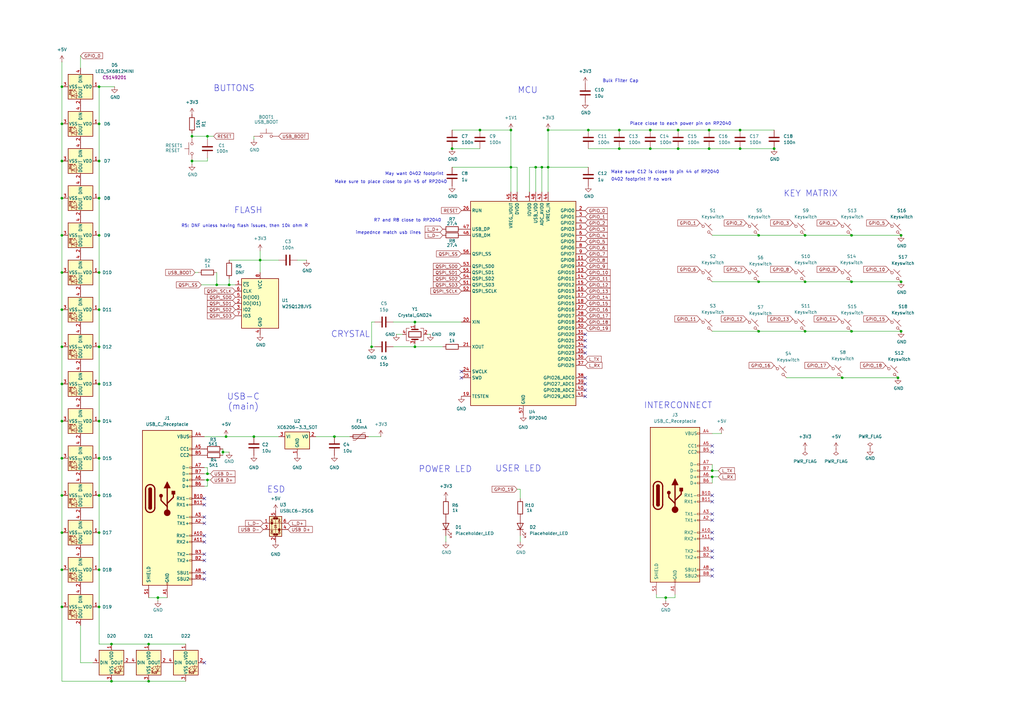
<source format=kicad_sch>
(kicad_sch (version 20231120) (generator "eeschema") (generator_version "8.0")
  (paper "A3")
  (title_block (title "Project Complex") (rev "Imaginary") (company "HRZN | KQ4SPZ"))
  (junction (at 311.15 135.89))
  (junction (at 219.71 68.58))
  (junction (at 266.7 53.34))
  (junction (at 40.64 187.96))
  (junction (at 40.64 157.48))
  (junction (at 25.4 127))
  (junction (at 25.4 96.52))
  (junction (at 40.64 35.56))
  (junction (at 85.09 55.88))
  (junction (at 254 53.34))
  (junction (at 349.25 115.57))
  (junction (at 40.64 218.44))
  (junction (at 254 60.96))
  (junction (at 369.57 115.57))
  (junction (at 25.4 81.28))
  (junction (at 40.64 81.28))
  (junction (at 303.53 60.96))
  (junction (at 278.13 53.34))
  (junction (at 25.4 203.2))
  (junction (at 25.4 50.8))
  (junction (at 170.18 132.08))
  (junction (at 40.64 66.04))
  (junction (at 91.44 185.42))
  (junction (at 88.9 116.84))
  (junction (at 311.15 96.52))
  (junction (at 25.4 233.68))
  (junction (at 330.2 115.57))
  (junction (at 40.64 172.72))
  (junction (at 290.83 60.96))
  (junction (at 85.09 194.31))
  (junction (at 40.64 127))
  (junction (at 311.15 115.57))
  (junction (at 25.4 35.56))
  (junction (at 330.2 96.52))
  (junction (at 93.98 116.84))
  (junction (at 224.79 53.34))
  (junction (at 152.4 142.24))
  (junction (at 368.3 154.94))
  (junction (at 25.4 66.04))
  (junction (at 273.05 245.11))
  (junction (at 25.4 248.92))
  (junction (at 40.64 50.8))
  (junction (at 330.2 135.89))
  (junction (at 45.72 279.4))
  (junction (at 40.64 142.24))
  (junction (at 60.96 264.16))
  (junction (at 137.16 179.07))
  (junction (at 196.85 53.34))
  (junction (at 25.4 111.76))
  (junction (at 60.96 279.4))
  (junction (at 78.74 55.88))
  (junction (at 278.13 60.96))
  (junction (at 317.5 60.96))
  (junction (at 106.68 106.68))
  (junction (at 25.4 187.96))
  (junction (at 292.1 193.04))
  (junction (at 266.7 60.96))
  (junction (at 292.1 195.58))
  (junction (at 369.57 96.52))
  (junction (at 170.18 142.24))
  (junction (at 209.55 53.34))
  (junction (at 349.25 135.89))
  (junction (at 224.79 68.58))
  (junction (at 369.57 135.89))
  (junction (at 185.42 60.96))
  (junction (at 45.72 264.16))
  (junction (at 25.4 172.72))
  (junction (at 92.71 179.07))
  (junction (at 40.64 96.52))
  (junction (at 85.09 196.85))
  (junction (at 64.77 245.11))
  (junction (at 104.14 179.07))
  (junction (at 25.4 218.44))
  (junction (at 78.74 66.04))
  (junction (at 25.4 157.48))
  (junction (at 40.64 248.92))
  (junction (at 209.55 68.58))
  (junction (at 40.64 233.68))
  (junction (at 40.64 111.76))
  (junction (at 241.3 53.34))
  (junction (at 349.25 96.52))
  (junction (at 345.44 154.94))
  (junction (at 222.25 68.58))
  (junction (at 303.53 53.34))
  (junction (at 25.4 142.24))
  (junction (at 290.83 53.34))
  (junction (at 40.64 203.2))
  (no_connect (at 292.1 203.2))
  (no_connect (at 240.03 154.94))
  (no_connect (at 240.03 162.56))
  (no_connect (at 292.1 205.74))
  (no_connect (at 240.03 139.7))
  (no_connect (at 83.82 222.25))
  (no_connect (at 292.1 220.98))
  (no_connect (at 240.03 157.48))
  (no_connect (at 83.82 219.71))
  (no_connect (at 292.1 228.6))
  (no_connect (at 240.03 137.16))
  (no_connect (at 83.82 234.95))
  (no_connect (at 292.1 233.68))
  (no_connect (at 292.1 182.88))
  (no_connect (at 292.1 210.82))
  (no_connect (at 292.1 185.42))
  (no_connect (at 292.1 236.22))
  (no_connect (at 292.1 213.36))
  (no_connect (at 83.82 204.47))
  (no_connect (at 292.1 226.06))
  (no_connect (at 83.82 214.63))
  (no_connect (at 83.82 271.78))
  (no_connect (at 83.82 227.33))
  (no_connect (at 240.03 160.02))
  (no_connect (at 189.23 154.94))
  (no_connect (at 83.82 229.87))
  (no_connect (at 292.1 218.44))
  (no_connect (at 83.82 237.49))
  (no_connect (at 240.03 142.24))
  (no_connect (at 83.82 207.01))
  (no_connect (at 83.82 212.09))
  (no_connect (at 189.23 152.4))
  (no_connect (at 240.03 144.78))
  (wire (pts (xy 40.64 218.44) (xy 40.64 203.2)))
  (wire (pts (xy 25.4 142.24) (xy 25.4 157.48)))
  (wire (pts (xy 25.4 218.44) (xy 25.4 233.68)))
  (wire (pts (xy 303.53 53.34) (xy 290.83 53.34)))
  (wire (pts (xy 45.72 264.16) (xy 40.64 264.16)))
  (wire (pts (xy 40.64 264.16) (xy 40.64 248.92)))
  (wire (pts (xy 161.29 142.24) (xy 170.18 142.24)))
  (wire (pts (xy 40.64 157.48) (xy 40.64 142.24)))
  (wire (pts (xy 266.7 53.34) (xy 254 53.34)))
  (wire (pts (xy 106.68 106.68) (xy 106.68 111.76)))
  (wire (pts (xy 93.98 106.68) (xy 106.68 106.68)))
  (wire (pts (xy 60.96 279.4) (xy 76.2 279.4)))
  (wire (pts (xy 25.4 233.68) (xy 25.4 248.92)))
  (wire (pts (xy 311.15 96.52) (xy 330.2 96.52)))
  (wire (pts (xy 241.3 53.34) (xy 224.79 53.34)))
  (wire (pts (xy 40.64 203.2) (xy 40.64 187.96)))
  (wire (pts (xy 78.74 67.31) (xy 78.74 66.04)))
  (wire (pts (xy 40.64 81.28) (xy 40.64 66.04)))
  (wire (pts (xy 292.1 135.89) (xy 311.15 135.89)))
  (wire (pts (xy 40.64 35.56) (xy 46.99 35.56)))
  (wire (pts (xy 266.7 60.96) (xy 278.13 60.96)))
  (wire (pts (xy 93.98 114.3) (xy 93.98 116.84)))
  (wire (pts (xy 292.1 195.58) (xy 294.64 195.58)))
  (wire (pts (xy 40.64 233.68) (xy 40.64 218.44)))
  (wire (pts (xy 85.09 66.04) (xy 78.74 66.04)))
  (wire (pts (xy 185.42 68.58) (xy 209.55 68.58)))
  (wire (pts (xy 311.15 135.89) (xy 330.2 135.89)))
  (wire (pts (xy 85.09 196.85) (xy 85.09 199.39)))
  (wire (pts (xy 85.09 194.31) (xy 83.82 194.31)))
  (wire (pts (xy 45.72 279.4) (xy 60.96 279.4)))
  (wire (pts (xy 209.55 53.34) (xy 209.55 68.58)))
  (wire (pts (xy 25.4 279.4) (xy 45.72 279.4)))
  (wire (pts (xy 85.09 55.88) (xy 87.63 55.88)))
  (wire (pts (xy 25.4 81.28) (xy 25.4 96.52)))
  (wire (pts (xy 217.17 68.58) (xy 219.71 68.58)))
  (wire (pts (xy 25.4 127) (xy 25.4 142.24)))
  (wire (pts (xy 330.2 135.89) (xy 349.25 135.89)))
  (wire (pts (xy 92.71 179.07) (xy 104.14 179.07)))
  (wire (pts (xy 222.25 68.58) (xy 224.79 68.58)))
  (wire (pts (xy 88.9 116.84) (xy 93.98 116.84)))
  (wire (pts (xy 38.1 271.78) (xy 33.02 271.78)))
  (wire (pts (xy 176.53 137.16) (xy 175.26 137.16)))
  (wire (pts (xy 330.2 96.52) (xy 349.25 96.52)))
  (wire (pts (xy 273.05 245.11) (xy 276.86 245.11)))
  (wire (pts (xy 269.24 245.11) (xy 269.24 243.84)))
  (wire (pts (xy 25.4 187.96) (xy 25.4 203.2)))
  (wire (pts (xy 64.77 246.38) (xy 64.77 245.11)))
  (wire (pts (xy 345.44 154.94) (xy 368.3 154.94)))
  (wire (pts (xy 213.36 222.25) (xy 213.36 219.71)))
  (wire (pts (xy 76.2 264.16) (xy 60.96 264.16)))
  (wire (pts (xy 273.05 246.38) (xy 273.05 245.11)))
  (wire (pts (xy 322.58 154.94) (xy 345.44 154.94)))
  (wire (pts (xy 196.85 53.34) (xy 209.55 53.34)))
  (wire (pts (xy 209.55 68.58) (xy 209.55 78.74)))
  (wire (pts (xy 106.68 106.68) (xy 114.3 106.68)))
  (wire (pts (xy 278.13 60.96) (xy 290.83 60.96)))
  (wire (pts (xy 213.36 200.66) (xy 213.36 204.47)))
  (wire (pts (xy 212.09 200.66) (xy 213.36 200.66)))
  (wire (pts (xy 40.64 111.76) (xy 40.64 96.52)))
  (wire (pts (xy 276.86 245.11) (xy 276.86 243.84)))
  (wire (pts (xy 224.79 68.58) (xy 224.79 78.74)))
  (wire (pts (xy 290.83 53.34) (xy 278.13 53.34)))
  (wire (pts (xy 80.01 111.76) (xy 81.28 111.76)))
  (wire (pts (xy 292.1 193.04) (xy 294.64 193.04)))
  (wire (pts (xy 156.21 179.07) (xy 151.13 179.07)))
  (wire (pts (xy 25.4 66.04) (xy 25.4 81.28)))
  (wire (pts (xy 292.1 115.57) (xy 311.15 115.57)))
  (wire (pts (xy 295.91 177.8) (xy 292.1 177.8)))
  (wire (pts (xy 25.4 172.72) (xy 25.4 187.96)))
  (wire (pts (xy 85.09 55.88) (xy 85.09 57.15)))
  (wire (pts (xy 64.77 245.11) (xy 68.58 245.11)))
  (wire (pts (xy 349.25 135.89) (xy 369.57 135.89)))
  (wire (pts (xy 88.9 111.76) (xy 88.9 116.84)))
  (wire (pts (xy 25.4 111.76) (xy 25.4 127)))
  (wire (pts (xy 292.1 190.5) (xy 292.1 193.04)))
  (wire (pts (xy 254 53.34) (xy 241.3 53.34)))
  (wire (pts (xy 91.44 184.15) (xy 91.44 185.42)))
  (wire (pts (xy 86.36 196.85) (xy 85.09 196.85)))
  (wire (pts (xy 25.4 96.52) (xy 25.4 111.76)))
  (wire (pts (xy 185.42 60.96) (xy 196.85 60.96)))
  (wire (pts (xy 212.09 78.74) (xy 212.09 68.58)))
  (wire (pts (xy 104.14 179.07) (xy 114.3 179.07)))
  (wire (pts (xy 86.36 194.31) (xy 85.09 194.31)))
  (wire (pts (xy 303.53 60.96) (xy 317.5 60.96)))
  (wire (pts (xy 152.4 132.08) (xy 153.67 132.08)))
  (wire (pts (xy 78.74 54.61) (xy 78.74 55.88)))
  (wire (pts (xy 241.3 60.96) (xy 254 60.96)))
  (wire (pts (xy 85.09 196.85) (xy 83.82 196.85)))
  (wire (pts (xy 170.18 140.97) (xy 170.18 142.24)))
  (wire (pts (xy 129.54 179.07) (xy 137.16 179.07)))
  (wire (pts (xy 104.14 57.15) (xy 104.14 55.88)))
  (wire (pts (xy 224.79 68.58) (xy 241.3 68.58)))
  (wire (pts (xy 182.88 222.25) (xy 182.88 219.71)))
  (wire (pts (xy 106.68 102.87) (xy 106.68 106.68)))
  (wire (pts (xy 60.96 264.16) (xy 45.72 264.16)))
  (wire (pts (xy 33.02 22.86) (xy 33.02 27.94)))
  (wire (pts (xy 152.4 142.24) (xy 153.67 142.24)))
  (wire (pts (xy 25.4 25.4) (xy 25.4 35.56)))
  (wire (pts (xy 40.64 172.72) (xy 40.64 157.48)))
  (wire (pts (xy 93.98 185.42) (xy 91.44 185.42)))
  (wire (pts (xy 93.98 116.84) (xy 96.52 116.84)))
  (wire (pts (xy 25.4 35.56) (xy 25.4 50.8)))
  (wire (pts (xy 254 60.96) (xy 266.7 60.96)))
  (wire (pts (xy 85.09 191.77) (xy 83.82 191.77)))
  (wire (pts (xy 212.09 68.58) (xy 209.55 68.58)))
  (wire (pts (xy 82.55 116.84) (xy 88.9 116.84)))
  (wire (pts (xy 311.15 115.57) (xy 330.2 115.57)))
  (wire (pts (xy 125.73 106.68) (xy 121.92 106.68)))
  (wire (pts (xy 85.09 199.39) (xy 83.82 199.39)))
  (wire (pts (xy 152.4 132.08) (xy 152.4 142.24)))
  (wire (pts (xy 349.25 96.52) (xy 369.57 96.52)))
  (wire (pts (xy 185.42 53.34) (xy 196.85 53.34)))
  (wire (pts (xy 161.29 132.08) (xy 170.18 132.08)))
  (wire (pts (xy 40.64 142.24) (xy 40.64 127)))
  (wire (pts (xy 292.1 96.52) (xy 311.15 96.52)))
  (wire (pts (xy 278.13 53.34) (xy 266.7 53.34)))
  (wire (pts (xy 170.18 132.08) (xy 170.18 133.35)))
  (wire (pts (xy 349.25 115.57) (xy 369.57 115.57)))
  (wire (pts (xy 40.64 248.92) (xy 40.64 233.68)))
  (wire (pts (xy 40.64 127) (xy 40.64 111.76)))
  (wire (pts (xy 143.51 179.07) (xy 137.16 179.07)))
  (wire (pts (xy 224.79 53.34) (xy 224.79 68.58)))
  (wire (pts (xy 170.18 142.24) (xy 181.61 142.24)))
  (wire (pts (xy 222.25 68.58) (xy 222.25 78.74)))
  (wire (pts (xy 40.64 50.8) (xy 40.64 35.56)))
  (wire (pts (xy 85.09 191.77) (xy 85.09 194.31)))
  (wire (pts (xy 25.4 50.8) (xy 25.4 66.04)))
  (wire (pts (xy 25.4 248.92) (xy 25.4 279.4)))
  (wire (pts (xy 91.44 185.42) (xy 91.44 186.69)))
  (wire (pts (xy 217.17 68.58) (xy 217.17 78.74)))
  (wire (pts (xy 269.24 245.11) (xy 273.05 245.11)))
  (wire (pts (xy 40.64 187.96) (xy 40.64 172.72)))
  (wire (pts (xy 292.1 195.58) (xy 292.1 198.12)))
  (wire (pts (xy 83.82 179.07) (xy 92.71 179.07)))
  (wire (pts (xy 78.74 55.88) (xy 85.09 55.88)))
  (wire (pts (xy 40.64 96.52) (xy 40.64 81.28)))
  (wire (pts (xy 330.2 115.57) (xy 349.25 115.57)))
  (wire (pts (xy 290.83 60.96) (xy 303.53 60.96)))
  (wire (pts (xy 25.4 203.2) (xy 25.4 218.44)))
  (wire (pts (xy 219.71 68.58) (xy 219.71 78.74)))
  (wire (pts (xy 33.02 256.54) (xy 33.02 271.78)))
  (wire (pts (xy 60.96 245.11) (xy 64.77 245.11)))
  (wire (pts (xy 25.4 157.48) (xy 25.4 172.72)))
  (wire (pts (xy 170.18 132.08) (xy 189.23 132.08)))
  (wire (pts (xy 317.5 53.34) (xy 303.53 53.34)))
  (wire (pts (xy 85.09 64.77) (xy 85.09 66.04)))
  (wire (pts (xy 40.64 66.04) (xy 40.64 50.8)))
  (wire (pts (xy 219.71 68.58) (xy 222.25 68.58)))
  (wire (pts (xy 162.56 137.16) (xy 165.1 137.16)))
  (text "MCU\n" (at 216.408 37.084 0) (effects (font (size 2.54 2.54))))
  (text "Bulk Filter Cap\n" (at 254.508 33.274 0) (effects (font (size 1.27 1.27))))
  (text "Make sure C12 is close to pin 44 of RP2040" (at 272.796 70.612 0) (effects (font (size 1.27 1.27))))
  (text "USER LED\n" (at 212.598 192.278 0) (effects (font (size 2.54 2.54))))
  (text "POWER LED" (at 182.626 192.532 0) (effects (font (size 2.54 2.54))))
  (text "FLASH" (at 101.854 86.36 0) (effects (font (size 2.54 2.54))))
  (text "ESD\n" (at 113.284 200.914 0) (effects (font (size 2.54 2.54))))
  (text "R7 and R8 close to RP2040" (at 167.132 90.424 0) (effects (font (size 1.27 1.27))))
  (text "CRYSTAL\n" (at 143.764 137.16 0) (effects (font (size 2.54 2.54))))
  (text "May want 0402 footprint\n" (at 169.926 71.374 0) (effects (font (size 1.27 1.27))))
  (text "INTERCONNECT\n" (at 278.13 166.37 0) (effects (font (size 2.54 2.54))))
  (text "BUTTONS\n" (at 96.012 36.322 0) (effects (font (size 2.54 2.54))))
  (text "Make sure to place close to pin 45 of RP2040" (at 160.274 74.676 0) (effects (font (size 1.27 1.27))))
  (text "R5: DNF unless having flash issues, then 10k ohm R" (at 100.33 92.71 0) (effects (font (size 1.27 1.27))))
  (text "imepednce match usb lines\n" (at 159.258 95.504 0) (effects (font (size 1.27 1.27))))
  (text "USB-C\n(main)" (at 99.822 164.846 0) (effects (font (size 2.54 2.54))))
  (text "0402 footprint if no work\n" (at 263.144 73.66 0) (effects (font (size 1.27 1.27))))
  (text "Place close to each power pin on RP2040\n" (at 279.146 50.8 0) (effects (font (size 1.27 1.27))))
  (text "KEY MATRIX\n" (at 332.486 79.502 0) (effects (font (size 2.54 2.54))))
  (global_label "GPIO_19" (shape input) (at 240.03 134.62 0) (property "Intersheetrefs" "${INTERSHEET_REFS}" (effects (hide yes))))
  (global_label "GPIO_13" (shape input) (at 240.03 119.38 0) (property "Intersheetrefs" "${INTERSHEET_REFS}" (effects (hide yes))))
  (global_label "L_D+" (shape input) (at 181.61 93.98 180) (property "Intersheetrefs" "${INTERSHEET_REFS}" (effects (hide yes))))
  (global_label "GPIO_18" (shape input) (at 363.22 149.86 180) (property "Intersheetrefs" "${INTERSHEET_REFS}" (effects (hide yes))))
  (global_label "USB D-" (shape input) (at 86.36 194.31 0) (property "Intersheetrefs" "${INTERSHEET_REFS}" (effects (hide yes))))
  (global_label "QSPI_SD1" (shape input) (at 189.23 111.76 180) (property "Intersheetrefs" "${INTERSHEET_REFS}" (effects (hide yes))))
  (global_label "GPIO_16" (shape input) (at 240.03 127 0) (property "Intersheetrefs" "${INTERSHEET_REFS}" (effects (hide yes))))
  (global_label "GPIO_15" (shape input) (at 364.49 130.81 180) (property "Intersheetrefs" "${INTERSHEET_REFS}" (effects (hide yes))))
  (global_label "L_D-" (shape input) (at 181.61 96.52 180) (property "Intersheetrefs" "${INTERSHEET_REFS}" (effects (hide yes))))
  (global_label "GPIO_19" (shape input) (at 212.09 200.66 180) (property "Intersheetrefs" "${INTERSHEET_REFS}" (effects (hide yes))))
  (global_label "RESET" (shape input) (at 189.23 86.36 180) (property "Intersheetrefs" "${INTERSHEET_REFS}" (effects (hide yes))))
  (global_label "GPIO_17" (shape input) (at 240.03 129.54 0) (property "Intersheetrefs" "${INTERSHEET_REFS}" (effects (hide yes))))
  (global_label "QSPI_SD1" (shape input) (at 96.52 124.46 180) (property "Intersheetrefs" "${INTERSHEET_REFS}" (effects (hide yes))))
  (global_label "L_D-" (shape input) (at 107.95 214.63 180) (property "Intersheetrefs" "${INTERSHEET_REFS}" (effects (hide yes))))
  (global_label "QSPI_SS" (shape input) (at 189.23 104.14 180) (property "Intersheetrefs" "${INTERSHEET_REFS}" (effects (hide yes))))
  (global_label "RESET" (shape input) (at 87.63 55.88 0) (property "Intersheetrefs" "${INTERSHEET_REFS}" (effects (hide yes))))
  (global_label "GPIO_10" (shape input) (at 364.49 110.49 180) (property "Intersheetrefs" "${INTERSHEET_REFS}" (effects (hide yes))))
  (global_label "GPIO_9" (shape input) (at 344.17 110.49 180) (property "Intersheetrefs" "${INTERSHEET_REFS}" (effects (hide yes))))
  (global_label "QSPI_SD0" (shape input) (at 96.52 121.92 180) (property "Intersheetrefs" "${INTERSHEET_REFS}" (effects (hide yes))))
  (global_label "GPIO_8" (shape input) (at 325.12 110.49 180) (property "Intersheetrefs" "${INTERSHEET_REFS}" (effects (hide yes))))
  (global_label "GPIO_0" (shape input) (at 33.02 22.86 0) (property "Intersheetrefs" "${INTERSHEET_REFS}" (effects (hide yes))))
  (global_label "GPIO_0" (shape input) (at 240.03 86.36 0) (property "Intersheetrefs" "${INTERSHEET_REFS}" (effects (hide yes))))
  (global_label "GPIO_5" (shape input) (at 364.49 91.44 180) (property "Intersheetrefs" "${INTERSHEET_REFS}" (effects (hide yes))))
  (global_label "QSPI_SD3" (shape input) (at 189.23 116.84 180) (property "Intersheetrefs" "${INTERSHEET_REFS}" (effects (hide yes))))
  (global_label "USB_BOOT" (shape input) (at 114.3 55.88 0) (property "Intersheetrefs" "${INTERSHEET_REFS}" (effects (hide yes))))
  (global_label "GPIO_4" (shape input) (at 240.03 96.52 0) (property "Intersheetrefs" "${INTERSHEET_REFS}" (effects (hide yes))))
  (global_label "QSPI_SD0" (shape input) (at 189.23 109.22 180) (property "Intersheetrefs" "${INTERSHEET_REFS}" (effects (hide yes))))
  (global_label "GPIO_11" (shape input) (at 287.02 130.81 180) (property "Intersheetrefs" "${INTERSHEET_REFS}" (effects (hide yes))))
  (global_label "QSPI_SCLK" (shape input) (at 189.23 119.38 180) (property "Intersheetrefs" "${INTERSHEET_REFS}" (effects (hide yes))))
  (global_label "QSPI_SS" (shape input) (at 82.55 116.84 180) (property "Intersheetrefs" "${INTERSHEET_REFS}" (effects (hide yes))))
  (global_label "GPIO_12" (shape input) (at 306.07 130.81 180) (property "Intersheetrefs" "${INTERSHEET_REFS}" (effects (hide yes))))
  (global_label "QSPI_SD2" (shape input) (at 96.52 127 180) (property "Intersheetrefs" "${INTERSHEET_REFS}" (effects (hide yes))))
  (global_label "GPIO_1" (shape input) (at 240.03 88.9 0) (property "Intersheetrefs" "${INTERSHEET_REFS}" (effects (hide yes))))
  (global_label "GPIO_11" (shape input) (at 240.03 114.3 0) (property "Intersheetrefs" "${INTERSHEET_REFS}" (effects (hide yes))))
  (global_label "GPIO_15" (shape input) (at 240.03 124.46 0) (property "Intersheetrefs" "${INTERSHEET_REFS}" (effects (hide yes))))
  (global_label "USB D-" (shape input) (at 107.95 217.17 180) (property "Intersheetrefs" "${INTERSHEET_REFS}" (effects (hide yes))))
  (global_label "L_TX" (shape input) (at 240.03 147.32 0) (property "Intersheetrefs" "${INTERSHEET_REFS}" (effects (hide yes))))
  (global_label "GPIO_1" (shape input) (at 287.02 91.44 180) (property "Intersheetrefs" "${INTERSHEET_REFS}" (effects (hide yes))))
  (global_label "QSPI_SCLK" (shape input) (at 96.52 119.38 180) (property "Intersheetrefs" "${INTERSHEET_REFS}" (effects (hide yes))))
  (global_label "QSPI_SD3" (shape input) (at 96.52 129.54 180) (property "Intersheetrefs" "${INTERSHEET_REFS}" (effects (hide yes))))
  (global_label "L_RX" (shape input) (at 294.64 195.58 0) (property "Intersheetrefs" "${INTERSHEET_REFS}" (effects (hide yes))))
  (global_label "GPIO_13" (shape input) (at 325.12 130.81 180) (property "Intersheetrefs" "${INTERSHEET_REFS}" (effects (hide yes))))
  (global_label "GPIO_5" (shape input) (at 240.03 99.06 0) (property "Intersheetrefs" "${INTERSHEET_REFS}" (effects (hide yes))))
  (global_label "USB D+" (shape input) (at 118.11 217.17 0) (property "Intersheetrefs" "${INTERSHEET_REFS}" (effects (hide yes))))
  (global_label "GPIO_17" (shape input) (at 340.36 149.86 180) (property "Intersheetrefs" "${INTERSHEET_REFS}" (effects (hide yes))))
  (global_label "QSPI_SD2" (shape input) (at 189.23 114.3 180) (property "Intersheetrefs" "${INTERSHEET_REFS}" (effects (hide yes))))
  (global_label "USB_BOOT" (shape input) (at 80.01 111.76 180) (property "Intersheetrefs" "${INTERSHEET_REFS}" (effects (hide yes))))
  (global_label "GPIO_10" (shape input) (at 240.03 111.76 0) (property "Intersheetrefs" "${INTERSHEET_REFS}" (effects (hide yes))))
  (global_label "GPIO_14" (shape input) (at 240.03 121.92 0) (property "Intersheetrefs" "${INTERSHEET_REFS}" (effects (hide yes))))
  (global_label "GPIO_18" (shape input) (at 240.03 132.08 0) (property "Intersheetrefs" "${INTERSHEET_REFS}" (effects (hide yes))))
  (global_label "GPIO_3" (shape input) (at 240.03 93.98 0) (property "Intersheetrefs" "${INTERSHEET_REFS}" (effects (hide yes))))
  (global_label "GPIO_12" (shape input) (at 240.03 116.84 0) (property "Intersheetrefs" "${INTERSHEET_REFS}" (effects (hide yes))))
  (global_label "L_TX" (shape input) (at 294.64 193.04 0) (property "Intersheetrefs" "${INTERSHEET_REFS}" (effects (hide yes))))
  (global_label "GPIO_2" (shape input) (at 240.03 91.44 0) (property "Intersheetrefs" "${INTERSHEET_REFS}" (effects (hide yes))))
  (global_label "GPIO_7" (shape input) (at 240.03 104.14 0) (property "Intersheetrefs" "${INTERSHEET_REFS}" (effects (hide yes))))
  (global_label "GPIO_3" (shape input) (at 325.12 91.44 180) (property "Intersheetrefs" "${INTERSHEET_REFS}" (effects (hide yes))))
  (global_label "GPIO_8" (shape input) (at 240.03 106.68 0) (property "Intersheetrefs" "${INTERSHEET_REFS}" (effects (hide yes))))
  (global_label "L_D+" (shape input) (at 118.11 214.63 0) (property "Intersheetrefs" "${INTERSHEET_REFS}" (effects (hide yes))))
  (global_label "GPIO_4" (shape input) (at 344.17 91.44 180) (property "Intersheetrefs" "${INTERSHEET_REFS}" (effects (hide yes))))
  (global_label "L_RX" (shape input) (at 240.03 149.86 0) (property "Intersheetrefs" "${INTERSHEET_REFS}" (effects (hide yes))))
  (global_label "USB D+" (shape input) (at 86.36 196.85 0) (property "Intersheetrefs" "${INTERSHEET_REFS}" (effects (hide yes))))
  (global_label "GPIO_6" (shape input) (at 287.02 110.49 180) (property "Intersheetrefs" "${INTERSHEET_REFS}" (effects (hide yes))))
  (global_label "GPIO_16" (shape input) (at 317.5 149.86 180) (property "Intersheetrefs" "${INTERSHEET_REFS}" (effects (hide yes))))
  (global_label "GPIO_6" (shape input) (at 240.03 101.6 0) (property "Intersheetrefs" "${INTERSHEET_REFS}" (effects (hide yes))))
  (global_label "GPIO_2" (shape input) (at 306.07 91.44 180) (property "Intersheetrefs" "${INTERSHEET_REFS}" (effects (hide yes))))
  (global_label "GPIO_14" (shape input) (at 344.17 130.81 180) (property "Intersheetrefs" "${INTERSHEET_REFS}" (effects (hide yes))))
  (global_label "GPIO_9" (shape input) (at 240.03 109.22 0) (property "Intersheetrefs" "${INTERSHEET_REFS}" (effects (hide yes))))
  (global_label "GPIO_7" (shape input) (at 306.07 110.49 180) (property "Intersheetrefs" "${INTERSHEET_REFS}" (effects (hide yes))))
  (symbol (lib_id "ScottoKeebs:LED_SK6812MINI") (at 45.72 271.78 0) (unit 1)
    (property "Reference" "D20" (at 45.72 260.858 0))
    (property "Value" "LED_SK6812MINI" (effects (hide yes)))
    (property "Footprint" "ScottoKeebs_Components:LED_SK6812MINI" (effects (hide yes)))
    (property "Datasheet" "https://cdn-shop.adafruit.com/product-files/2686/SK6812MINI_REV.01-1-2.pdf" (effects (hide yes)))
    (property "Description" "RGB LED with integrated controller" (effects (hide yes)))
    (property "LCSC" "C5149201" (effects (hide yes)))
  )
  (symbol (lib_id "Device:C") (at 157.48 132.08 270) (unit 1)
    (property "Reference" "C5" (at 157.48 124.46 90))
    (property "Value" "15p" (at 157.48 127 90))
    (property "Footprint" "Capacitor_SMD:C_0805_2012Metric_Pad1.18x1.45mm_HandSolder" (effects (hide yes)))
    (property "Description" "Unpolarized capacitor" (effects (hide yes)))
  )
  (symbol (lib_id "ScottoKeebs:LED_SK6812MINI") (at 33.02 66.04 270) (unit 1)
    (property "Reference" "D7" (at 43.942 66.04 90))
    (property "Value" "LED_SK6812MINI" (effects (hide yes)))
    (property "Footprint" "ScottoKeebs_Components:LED_SK6812MINI" (effects (hide yes)))
    (property "Datasheet" "https://cdn-shop.adafruit.com/product-files/2686/SK6812MINI_REV.01-1-2.pdf" (effects (hide yes)))
    (property "Description" "RGB LED with integrated controller" (effects (hide yes)))
    (property "LCSC" "C5149201" (effects (hide yes)))
  )
  (symbol (lib_id "power:+3V3") (at 224.79 53.34 0) (unit 1)
    (property "Reference" "#PWR028" (effects (hide yes)))
    (property "Value" "+3V3" (at 224.79 48.26 0))
    (property "Description" "Power symbol creates a global label with name \"+3V3\"" (effects (hide yes)))
  )
  (symbol (lib_id "Device:R") (at 87.63 184.15 90) (unit 1)
    (property "Reference" "R3" (at 87.376 180.34 90))
    (property "Value" "5K1" (at 87.376 182.118 90))
    (property "Footprint" "Resistor_SMD:R_0805_2012Metric_Pad1.20x1.40mm_HandSolder" (effects (hide yes)))
    (property "Description" "Resistor" (effects (hide yes)))
  )
  (symbol (lib_id "power:PWR_FLAG") (at 342.9 184.15 180) (unit 1)
    (property "Reference" "#FLG02" (effects (hide yes)))
    (property "Value" "PWR_FLAG" (at 342.9 189.23 0))
    (property "Description" "Special symbol for telling ERC where power comes from" (effects (hide yes)))
  )
  (symbol (lib_id "Device:C") (at 137.16 182.88 0) (unit 1)
    (property "Reference" "C4" (at 140.716 182.372 0) (effects (justify left)))
    (property "Value" "10u" (at 140.716 184.912 0) (effects (justify left)))
    (property "Footprint" "Capacitor_SMD:C_0805_2012Metric_Pad1.18x1.45mm_HandSolder" (effects (hide yes)))
    (property "Description" "Unpolarized capacitor" (effects (hide yes)))
  )
  (symbol (lib_id "ScottoKeebs:LED_SK6812MINI") (at 33.02 81.28 270) (unit 1)
    (property "Reference" "D8" (at 43.942 81.28 90))
    (property "Value" "LED_SK6812MINI" (effects (hide yes)))
    (property "Footprint" "ScottoKeebs_Components:LED_SK6812MINI" (effects (hide yes)))
    (property "Datasheet" "https://cdn-shop.adafruit.com/product-files/2686/SK6812MINI_REV.01-1-2.pdf" (effects (hide yes)))
    (property "Description" "RGB LED with integrated controller" (effects (hide yes)))
    (property "LCSC" "C5149201" (effects (hide yes)))
  )
  (symbol (lib_id "Device:C") (at 85.09 60.96 180) (unit 1)
    (property "Reference" "C1" (at 90.932 59.69 0))
    (property "Value" "100n" (at 91.186 61.976 0))
    (property "Footprint" "Capacitor_SMD:C_0805_2012Metric_Pad1.18x1.45mm_HandSolder" (effects (hide yes)))
    (property "Description" "Unpolarized capacitor" (effects (hide yes)))
  )
  (symbol (lib_id "ScottoKeebs:Placeholder_Polyfuse") (at 147.32 179.07 0) (unit 1)
    (property "Reference" "F1" (at 147.32 172.72 0))
    (property "Value" "500mA" (at 147.32 175.26 0))
    (property "Footprint" "ScottoKeebs_Components:Fuse_0603" (effects (hide yes)))
    (property "Description" "Resettable fuse, polymeric positive temperature coefficient" (effects (hide yes)))
  )
  (symbol (lib_id "ScottoKeebs:Placeholder_Keyswitch") (at 308.61 113.03 0) (unit 1)
    (property "Reference" "S6" (at 311.912 105.664 0))
    (property "Value" "Keyswitch" (at 311.912 108.204 0))
    (property "Footprint" "ScottoKeebs_Hotswap:Hotswap_Choc_V2_Plated_1.00u" (effects (hide yes)))
    (property "Description" "Push button switch, normally open, two pins, 45° tilted" (effects (hide yes)))
  )
  (symbol (lib_id "ScottoKeebs:Placeholder_Keyswitch") (at 365.76 152.4 0) (unit 1)
    (property "Reference" "S12" (at 368.808 144.78 0))
    (property "Value" "Keyswitch" (at 368.808 147.32 0))
    (property "Footprint" "ScottoKeebs_Hotswap:Hotswap_Choc_V2_Plated_1.00u" (effects (hide yes)))
    (property "Description" "Push button switch, normally open, two pins, 45° tilted" (effects (hide yes)))
  )
  (symbol (lib_id "power:GND") (at 356.87 184.15 0) (unit 1)
    (property "Reference" "#PWR037" (effects (hide yes)))
    (property "Value" "GND" (at 354.838 187.96 0) (effects (justify left)))
    (property "Description" "Power symbol creates a global label with name \"GND\" , ground" (effects (hide yes)))
  )
  (symbol (lib_id "ScottoKeebs:Placeholder_Keyswitch") (at 367.03 113.03 0) (unit 1)
    (property "Reference" "S17" (at 370.332 105.41 0))
    (property "Value" "Keyswitch" (at 370.332 107.95 0))
    (property "Footprint" "ScottoKeebs_Hotswap:Hotswap_Choc_V2_Plated_1.00u" (effects (hide yes)))
    (property "Description" "Push button switch, normally open, two pins, 45° tilted" (effects (hide yes)))
  )
  (symbol (lib_id "ScottoKeebs:Placeholder_Keyswitch") (at 289.56 133.35 0) (unit 1)
    (property "Reference" "S3" (at 292.354 125.476 0))
    (property "Value" "Keyswitch" (at 292.354 128.016 0))
    (property "Footprint" "ScottoKeebs_Hotswap:Hotswap_Choc_V2_Plated_1.00u" (effects (hide yes)))
    (property "Description" "Push button switch, normally open, two pins, 45° tilted" (effects (hide yes)))
  )
  (symbol (lib_id "Device:R") (at 185.42 142.24 90) (unit 1)
    (property "Reference" "R9" (at 185.42 137.16 90))
    (property "Value" "1k" (at 185.42 139.7 90))
    (property "Footprint" "Resistor_SMD:R_0805_2012Metric_Pad1.20x1.40mm_HandSolder" (effects (hide yes)))
    (property "Description" "Resistor" (effects (hide yes)))
  )
  (symbol (lib_id "power:+5V") (at 92.71 179.07 0) (unit 1)
    (property "Reference" "#PWR04" (effects (hide yes)))
    (property "Value" "+5V" (at 92.71 173.99 0))
    (property "Description" "Power symbol creates a global label with name \"+5V\"" (effects (hide yes)))
  )
  (symbol (lib_id "power:+1V1") (at 209.55 53.34 0) (unit 1)
    (property "Reference" "#PWR025" (effects (hide yes)))
    (property "Value" "+1V1" (at 209.55 48.26 0))
    (property "Description" "Power symbol creates a global label with name \"+1V1\"" (effects (hide yes)))
  )
  (symbol (lib_id "power:GND") (at 185.42 60.96 0) (unit 1)
    (property "Reference" "#PWR022" (effects (hide yes)))
    (property "Value" "GND" (at 185.674 65.278 0))
    (property "Description" "Power symbol creates a global label with name \"GND\" , ground" (effects (hide yes)))
  )
  (symbol (lib_id "power:GND") (at 213.36 222.25 0) (unit 1)
    (property "Reference" "#PWR026" (effects (hide yes)))
    (property "Value" "GND" (at 213.614 226.568 0))
    (property "Description" "Power symbol creates a global label with name \"GND\" , ground" (effects (hide yes)))
  )
  (symbol (lib_id "ScottoKeebs:LED_SK6812MINI") (at 33.02 203.2 270) (unit 1)
    (property "Reference" "D16" (at 43.942 203.2 90))
    (property "Value" "LED_SK6812MINI" (effects (hide yes)))
    (property "Footprint" "ScottoKeebs_Components:LED_SK6812MINI" (effects (hide yes)))
    (property "Datasheet" "https://cdn-shop.adafruit.com/product-files/2686/SK6812MINI_REV.01-1-2.pdf" (effects (hide yes)))
    (property "Description" "RGB LED with integrated controller" (effects (hide yes)))
    (property "LCSC" "C5149201" (effects (hide yes)))
  )
  (symbol (lib_id "ScottoKeebs:LED_SK6812MINI") (at 33.02 248.92 270) (unit 1)
    (property "Reference" "D19" (at 43.942 248.92 90))
    (property "Value" "LED_SK6812MINI" (effects (hide yes)))
    (property "Footprint" "ScottoKeebs_Components:LED_SK6812MINI" (effects (hide yes)))
    (property "Datasheet" "https://cdn-shop.adafruit.com/product-files/2686/SK6812MINI_REV.01-1-2.pdf" (effects (hide yes)))
    (property "Description" "RGB LED with integrated controller" (effects (hide yes)))
    (property "LCSC" "C5149201" (effects (hide yes)))
  )
  (symbol (lib_id "power:+5V") (at 113.03 209.55 0) (unit 1)
    (property "Reference" "#PWR013" (effects (hide yes)))
    (property "Value" "+5V" (at 113.03 204.47 0))
    (property "Description" "Power symbol creates a global label with name \"+5V\"" (effects (hide yes)))
  )
  (symbol (lib_id "power:GND") (at 369.57 135.89 0) (unit 1)
    (property "Reference" "#PWR040" (effects (hide yes)))
    (property "Value" "GND" (at 369.824 140.208 0))
    (property "Description" "Power symbol creates a global label with name \"GND\" , ground" (effects (hide yes)))
  )
  (symbol (lib_id "ScottoKeebs:Placeholder_Keyswitch") (at 320.04 152.4 0) (unit 1)
    (property "Reference" "S4" (at 323.342 145.034 0))
    (property "Value" "Keyswitch" (at 323.342 147.574 0))
    (property "Footprint" "ScottoKeebs_Hotswap:Hotswap_Choc_V2_Plated_1.00u" (effects (hide yes)))
    (property "Description" "Push button switch, normally open, two pins, 45° tilted" (effects (hide yes)))
  )
  (symbol (lib_id "Device:C") (at 185.42 72.39 0) (unit 1)
    (property "Reference" "C8" (at 189.23 71.1199 0) (effects (justify left)))
    (property "Value" "1u" (at 189.23 73.6599 0) (effects (justify left)))
    (property "Footprint" "Capacitor_SMD:C_0805_2012Metric_Pad1.18x1.45mm_HandSolder" (effects (hide yes)))
    (property "Description" "Unpolarized capacitor" (effects (hide yes)))
  )
  (symbol (lib_id "power:GND") (at 369.57 96.52 0) (unit 1)
    (property "Reference" "#PWR038" (effects (hide yes)))
    (property "Value" "GND" (at 369.824 100.838 0))
    (property "Description" "Power symbol creates a global label with name \"GND\" , ground" (effects (hide yes)))
  )
  (symbol (lib_id "ScottoKeebs:LED_SK6812MINI") (at 33.02 142.24 270) (unit 1)
    (property "Reference" "D12" (at 43.942 142.24 90))
    (property "Value" "LED_SK6812MINI" (effects (hide yes)))
    (property "Footprint" "ScottoKeebs_Components:LED_SK6812MINI" (effects (hide yes)))
    (property "Datasheet" "https://cdn-shop.adafruit.com/product-files/2686/SK6812MINI_REV.01-1-2.pdf" (effects (hide yes)))
    (property "Description" "RGB LED with integrated controller" (effects (hide yes)))
    (property "LCSC" "C5149201" (effects (hide yes)))
  )
  (symbol (lib_id "power:GND") (at 106.68 137.16 0) (unit 1)
    (property "Reference" "#PWR07" (effects (hide yes)))
    (property "Value" "GND" (at 106.934 141.478 0))
    (property "Description" "Power symbol creates a global label with name \"GND\" , ground" (effects (hide yes)))
  )
  (symbol (lib_id "ScottoKeebs:LED_SK6812MINI") (at 33.02 172.72 270) (unit 1)
    (property "Reference" "D14" (at 43.942 172.72 90))
    (property "Value" "LED_SK6812MINI" (effects (hide yes)))
    (property "Footprint" "ScottoKeebs_Components:LED_SK6812MINI" (effects (hide yes)))
    (property "Datasheet" "https://cdn-shop.adafruit.com/product-files/2686/SK6812MINI_REV.01-1-2.pdf" (effects (hide yes)))
    (property "Description" "RGB LED with integrated controller" (effects (hide yes)))
    (property "LCSC" "C5149201" (effects (hide yes)))
  )
  (symbol (lib_id "Device:C") (at 278.13 57.15 0) (unit 1)
    (property "Reference" "C15" (at 281.94 55.8799 0) (effects (justify left)))
    (property "Value" "100n" (at 281.94 58.4199 0) (effects (justify left)))
    (property "Footprint" "Capacitor_SMD:C_0805_2012Metric_Pad1.18x1.45mm_HandSolder" (effects (hide yes)))
    (property "Description" "Unpolarized capacitor" (effects (hide yes)))
  )
  (symbol (lib_id "ScottoKeebs:LED_SK6812MINI") (at 33.02 96.52 270) (unit 1)
    (property "Reference" "D9" (at 43.942 96.52 90))
    (property "Value" "LED_SK6812MINI" (effects (hide yes)))
    (property "Footprint" "ScottoKeebs_Components:LED_SK6812MINI" (effects (hide yes)))
    (property "Datasheet" "https://cdn-shop.adafruit.com/product-files/2686/SK6812MINI_REV.01-1-2.pdf" (effects (hide yes)))
    (property "Description" "RGB LED with integrated controller" (effects (hide yes)))
    (property "LCSC" "C5149201" (effects (hide yes)))
  )
  (symbol (lib_id "Device:C") (at 185.42 57.15 0) (unit 1)
    (property "Reference" "C7" (at 189.23 55.8799 0) (effects (justify left)))
    (property "Value" "100n" (at 189.23 58.4199 0) (effects (justify left)))
    (property "Footprint" "Capacitor_SMD:C_0805_2012Metric_Pad1.18x1.45mm_HandSolder" (effects (hide yes)))
    (property "Description" "Unpolarized capacitor" (effects (hide yes)))
  )
  (symbol (lib_id "power:+3V3") (at 330.2 184.15 0) (unit 1)
    (property "Reference" "#PWR035" (effects (hide yes)))
    (property "Value" "+3V3" (at 330.2 179.07 0))
    (property "Description" "Power symbol creates a global label with name \"+3V3\"" (effects (hide yes)))
  )
  (symbol (lib_id "ScottoKeebs:Placeholder_Keyswitch") (at 308.61 133.35 0) (unit 1)
    (property "Reference" "S7" (at 311.912 125.984 0))
    (property "Value" "Keyswitch" (at 311.912 128.524 0))
    (property "Footprint" "ScottoKeebs_Hotswap:Hotswap_Choc_V2_Plated_1.00u" (effects (hide yes)))
    (property "Description" "Push button switch, normally open, two pins, 45° tilted" (effects (hide yes)))
  )
  (symbol (lib_id "power:+5V") (at 25.4 25.4 0) (unit 1)
    (property "Reference" "#PWR083" (effects (hide yes)))
    (property "Value" "+5V" (at 25.4 20.32 0))
    (property "Description" "Power symbol creates a global label with name \"+5V\"" (effects (hide yes)))
  )
  (symbol (lib_id "power:GND") (at 189.23 162.56 0) (unit 1)
    (property "Reference" "#PWR024" (effects (hide yes)))
    (property "Value" "GND" (at 189.23 167.64 0))
    (property "Description" "Power symbol creates a global label with name \"GND\" , ground" (effects (hide yes)))
  )
  (symbol (lib_id "power:GND") (at 104.14 186.69 0) (unit 1)
    (property "Reference" "#PWR09" (effects (hide yes)))
    (property "Value" "GND" (at 104.14 191.77 0))
    (property "Description" "Power symbol creates a global label with name \"GND\" , ground" (effects (hide yes)))
  )
  (symbol (lib_id "power:GND") (at 121.92 186.69 0) (unit 1)
    (property "Reference" "#PWR011" (effects (hide yes)))
    (property "Value" "GND" (at 121.92 191.77 0))
    (property "Description" "Power symbol creates a global label with name \"GND\" , ground" (effects (hide yes)))
  )
  (symbol (lib_id "Device:R") (at 185.42 93.98 90) (unit 1)
    (property "Reference" "R7" (at 185.42 89.916 90))
    (property "Value" "27.4" (at 185.42 91.694 90))
    (property "Footprint" "Resistor_SMD:R_0805_2012Metric_Pad1.20x1.40mm_HandSolder" (effects (hide yes)))
    (property "Description" "Resistor" (effects (hide yes)))
  )
  (symbol (lib_id "power:+3V3") (at 78.74 46.99 0) (unit 1)
    (property "Reference" "#PWR02" (effects (hide yes)))
    (property "Value" "+3V3" (at 78.74 41.91 0))
    (property "Description" "Power symbol creates a global label with name \"+3V3\"" (effects (hide yes)))
  )
  (symbol (lib_id "power:GND") (at 125.73 106.68 0) (unit 1)
    (property "Reference" "#PWR010" (effects (hide yes)))
    (property "Value" "GND" (at 125.984 110.998 0))
    (property "Description" "Power symbol creates a global label with name \"GND\" , ground" (effects (hide yes)))
  )
  (symbol (lib_id "ScottoKeebs:Placeholder_LED") (at 182.88 215.9 90) (unit 1)
    (property "Reference" "D1" (at 186.69 216.2174 90) (effects (justify right)))
    (property "Value" "Placeholder_LED" (at 186.69 218.7574 90) (effects (justify right)))
    (property "Footprint" "ScottoKeebs_Components:LED_0805" (effects (hide yes)))
    (property "Description" "Light emitting diode" (effects (hide yes)))
  )
  (symbol (lib_id "ScottoKeebs:Placeholder_Keyswitch") (at 327.66 133.35 0) (unit 1)
    (property "Reference" "S11" (at 330.454 125.476 0))
    (property "Value" "Keyswitch" (at 330.454 128.016 0))
    (property "Footprint" "ScottoKeebs_Hotswap:Hotswap_Choc_V2_Plated_1.00u" (effects (hide yes)))
    (property "Description" "Push button switch, normally open, two pins, 45° tilted" (effects (hide yes)))
  )
  (symbol (lib_id "Device:C") (at 118.11 106.68 90) (unit 1)
    (property "Reference" "C3" (at 118.11 99.06 90))
    (property "Value" "100n" (at 118.11 101.6 90))
    (property "Footprint" "Capacitor_SMD:C_0805_2012Metric_Pad1.18x1.45mm_HandSolder" (effects (hide yes)))
    (property "Description" "Unpolarized capacitor" (effects (hide yes)))
  )
  (symbol (lib_id "Device:C") (at 157.48 142.24 270) (unit 1)
    (property "Reference" "C6" (at 157.48 146.812 90))
    (property "Value" "15p" (at 157.48 149.352 90))
    (property "Footprint" "Capacitor_SMD:C_0805_2012Metric_Pad1.18x1.45mm_HandSolder" (effects (hide yes)))
    (property "Description" "Unpolarized capacitor" (effects (hide yes)))
  )
  (symbol (lib_id "power:+5V") (at 295.91 177.8 0) (unit 1)
    (property "Reference" "#PWR033" (effects (hide yes)))
    (property "Value" "+5V" (at 295.91 172.72 0))
    (property "Description" "Power symbol creates a global label with name \"+5V\"" (effects (hide yes)))
  )
  (symbol (lib_id "Device:C") (at 317.5 57.15 0) (unit 1)
    (property "Reference" "C18" (at 321.31 55.8799 0) (effects (justify left)))
    (property "Value" "100n" (at 321.31 58.4199 0) (effects (justify left)))
    (property "Footprint" "Capacitor_SMD:C_0805_2012Metric_Pad1.18x1.45mm_HandSolder" (effects (hide yes)))
    (property "Description" "Unpolarized capacitor" (effects (hide yes)))
  )
  (symbol (lib_id "Device:C") (at 104.14 182.88 0) (unit 1)
    (property "Reference" "C2" (at 107.442 182.372 0) (effects (justify left)))
    (property "Value" "10u" (at 107.442 184.912 0) (effects (justify left)))
    (property "Footprint" "Capacitor_SMD:C_0805_2012Metric_Pad1.18x1.45mm_HandSolder" (effects (hide yes)))
    (property "Description" "Unpolarized capacitor" (effects (hide yes)))
  )
  (symbol (lib_id "ScottoKeebs:Placeholder_LED") (at 213.36 215.9 90) (unit 1)
    (property "Reference" "D2" (at 217.17 216.2174 90) (effects (justify right)))
    (property "Value" "Placeholder_LED" (at 217.17 218.7574 90) (effects (justify right)))
    (property "Footprint" "ScottoKeebs_Components:LED_0805" (effects (hide yes)))
    (property "Description" "Light emitting diode" (effects (hide yes)))
  )
  (symbol (lib_id "Device:C") (at 303.53 57.15 0) (unit 1)
    (property "Reference" "C17" (at 307.34 55.8799 0) (effects (justify left)))
    (property "Value" "100n" (at 307.34 58.4199 0) (effects (justify left)))
    (property "Footprint" "Capacitor_SMD:C_0805_2012Metric_Pad1.18x1.45mm_HandSolder" (effects (hide yes)))
    (property "Description" "Unpolarized capacitor" (effects (hide yes)))
  )
  (symbol (lib_id "Device:C") (at 266.7 57.15 0) (unit 1)
    (property "Reference" "C14" (at 270.51 55.8799 0) (effects (justify left)))
    (property "Value" "100n" (at 270.51 58.4199 0) (effects (justify left)))
    (property "Footprint" "Capacitor_SMD:C_0805_2012Metric_Pad1.18x1.45mm_HandSolder" (effects (hide yes)))
    (property "Description" "Unpolarized capacitor" (effects (hide yes)))
  )
  (symbol (lib_id "Device:C") (at 254 57.15 0) (unit 1)
    (property "Reference" "C13" (at 257.81 55.8799 0) (effects (justify left)))
    (property "Value" "100n" (at 257.81 58.4199 0) (effects (justify left)))
    (property "Footprint" "Capacitor_SMD:C_0805_2012Metric_Pad1.18x1.45mm_HandSolder" (effects (hide yes)))
    (property "Description" "Unpolarized capacitor" (effects (hide yes)))
  )
  (symbol (lib_id "Device:C") (at 196.85 57.15 0) (unit 1)
    (property "Reference" "C9" (at 200.66 55.8799 0) (effects (justify left)))
    (property "Value" "100n" (at 200.66 58.4199 0) (effects (justify left)))
    (property "Footprint" "Capacitor_SMD:C_0805_2012Metric_Pad1.18x1.45mm_HandSolder" (effects (hide yes)))
    (property "Description" "Unpolarized capacitor" (effects (hide yes)))
  )
  (symbol (lib_id "MCU_RaspberryPi:RP2040") (at 214.63 124.46 0) (unit 1)
    (property "Reference" "U4" (at 216.8241 168.91 0) (effects (justify left)))
    (property "Value" "RP2040" (at 216.8241 171.45 0) (effects (justify left)))
    (property "Footprint" "Package_DFN_QFN:QFN-56-1EP_7x7mm_P0.4mm_EP3.2x3.2mm" (effects (hide yes)))
    (property "Datasheet" "https://datasheets.raspberrypi.com/rp2040/rp2040-datasheet.pdf" (effects (hide yes)))
    (property "Description" "A microcontroller by Raspberry Pi" (effects (hide yes)))
  )
  (symbol (lib_id "power:GND") (at 369.57 115.57 0) (unit 1)
    (property "Reference" "#PWR039" (effects (hide yes)))
    (property "Value" "GND" (at 369.824 119.888 0))
    (property "Description" "Power symbol creates a global label with name \"GND\" , ground" (effects (hide yes)))
  )
  (symbol (lib_id "power:+3V3") (at 106.68 102.87 0) (unit 1)
    (property "Reference" "#PWR06" (effects (hide yes)))
    (property "Value" "+3V3" (at 106.68 97.79 0))
    (property "Description" "Power symbol creates a global label with name \"+3V3\"" (effects (hide yes)))
  )
  (symbol (lib_id "ScottoKeebs:Placeholder_Keyswitch") (at 327.66 113.03 0) (unit 1)
    (property "Reference" "S10" (at 330.454 105.156 0))
    (property "Value" "Keyswitch" (at 330.454 107.696 0))
    (property "Footprint" "ScottoKeebs_Hotswap:Hotswap_Choc_V2_Plated_1.00u" (effects (hide yes)))
    (property "Description" "Push button switch, normally open, two pins, 45° tilted" (effects (hide yes)))
  )
  (symbol (lib_id "power:GND") (at 317.5 60.96 0) (unit 1)
    (property "Reference" "#PWR034" (effects (hide yes)))
    (property "Value" "GND" (at 317.754 65.278 0))
    (property "Description" "Power symbol creates a global label with name \"GND\" , ground" (effects (hide yes)))
  )
  (symbol (lib_id "power:GND") (at 240.03 41.91 0) (unit 1)
    (property "Reference" "#PWR030" (effects (hide yes)))
    (property "Value" "GND" (at 240.284 46.228 0))
    (property "Description" "Power symbol creates a global label with name \"GND\" , ground" (effects (hide yes)))
  )
  (symbol (lib_id "ScottoKeebs:Placeholder_Keyswitch") (at 346.71 113.03 0) (unit 1)
    (property "Reference" "S14" (at 349.25 105.156 0))
    (property "Value" "Keyswitch" (at 349.25 107.696 0))
    (property "Footprint" "ScottoKeebs_Hotswap:Hotswap_Choc_V2_Plated_1.00u" (effects (hide yes)))
    (property "Description" "Push button switch, normally open, two pins, 45° tilted" (effects (hide yes)))
  )
  (symbol (lib_id "ScottoKeebs:LED_SK6812MINI") (at 33.02 218.44 270) (unit 1)
    (property "Reference" "D17" (at 43.942 218.44 90))
    (property "Value" "LED_SK6812MINI" (effects (hide yes)))
    (property "Footprint" "ScottoKeebs_Components:LED_SK6812MINI" (effects (hide yes)))
    (property "Datasheet" "https://cdn-shop.adafruit.com/product-files/2686/SK6812MINI_REV.01-1-2.pdf" (effects (hide yes)))
    (property "Description" "RGB LED with integrated controller" (effects (hide yes)))
    (property "LCSC" "C5149201" (effects (hide yes)))
  )
  (symbol (lib_id "power:GND") (at 113.03 222.25 0) (unit 1)
    (property "Reference" "#PWR014" (effects (hide yes)))
    (property "Value" "GND" (at 113.03 227.33 0))
    (property "Description" "Power symbol creates a global label with name \"GND\" , ground" (effects (hide yes)))
  )
  (symbol (lib_id "ScottoKeebs:LED_SK6812MINI") (at 33.02 157.48 270) (unit 1)
    (property "Reference" "D13" (at 43.942 157.48 90))
    (property "Value" "LED_SK6812MINI" (effects (hide yes)))
    (property "Footprint" "ScottoKeebs_Components:LED_SK6812MINI" (effects (hide yes)))
    (property "Datasheet" "https://cdn-shop.adafruit.com/product-files/2686/SK6812MINI_REV.01-1-2.pdf" (effects (hide yes)))
    (property "Description" "RGB LED with integrated controller" (effects (hide yes)))
    (property "LCSC" "C5149201" (effects (hide yes)))
  )
  (symbol (lib_id "Switch:SW_Push") (at 109.22 55.88 0) (unit 1)
    (property "Reference" "BOOT1" (at 109.22 48.006 0))
    (property "Value" "USB_BOOT" (at 109.22 50.038 0))
    (property "Footprint" "Button_Switch_SMD:SW_Push_1P1T_NO_CK_KMR2" (effects (hide yes)))
    (property "Description" "Push button switch, generic, two pins" (effects (hide yes)))
  )
  (symbol (lib_id "power:GND") (at 93.98 185.42 0) (unit 1)
    (property "Reference" "#PWR05" (effects (hide yes)))
    (property "Value" "GND" (at 91.948 189.23 0) (effects (justify left)))
    (property "Description" "Power symbol creates a global label with name \"GND\" , ground" (effects (hide yes)))
  )
  (symbol (lib_id "power:GND") (at 241.3 76.2 0) (unit 1)
    (property "Reference" "#PWR031" (effects (hide yes)))
    (property "Value" "GND" (at 241.554 80.518 0))
    (property "Description" "Power symbol creates a global label with name \"GND\" , ground" (effects (hide yes)))
  )
  (symbol (lib_id "Device:C") (at 241.3 72.39 0) (unit 1)
    (property "Reference" "C12" (at 245.11 71.1199 0) (effects (justify left)))
    (property "Value" "1u" (at 245.11 73.6599 0) (effects (justify left)))
    (property "Footprint" "Capacitor_SMD:C_0805_2012Metric_Pad1.18x1.45mm_HandSolder" (effects (hide yes)))
    (property "Description" "Unpolarized capacitor" (effects (hide yes)))
  )
  (symbol (lib_id "ScottoKeebs:Placeholder_Keyswitch") (at 346.71 93.98 0) (unit 1)
    (property "Reference" "S13" (at 349.504 86.36 0))
    (property "Value" "Keyswitch" (at 349.504 88.9 0))
    (property "Footprint" "ScottoKeebs_Hotswap:Hotswap_Choc_V2_Plated_1.00u" (effects (hide yes)))
    (property "Description" "Push button switch, normally open, two pins, 45° tilted" (effects (hide yes)))
  )
  (symbol (lib_id "ScottoKeebs:LED_SK6812MINI") (at 33.02 187.96 270) (unit 1)
    (property "Reference" "D15" (at 43.942 187.96 90))
    (property "Value" "LED_SK6812MINI" (effects (hide yes)))
    (property "Footprint" "ScottoKeebs_Components:LED_SK6812MINI" (effects (hide yes)))
    (property "Datasheet" "https://cdn-shop.adafruit.com/product-files/2686/SK6812MINI_REV.01-1-2.pdf" (effects (hide yes)))
    (property "Description" "RGB LED with integrated controller" (effects (hide yes)))
    (property "LCSC" "C5149201" (effects (hide yes)))
  )
  (symbol (lib_id "power:GND") (at 46.99 35.56 0) (unit 1)
    (property "Reference" "#PWR084" (effects (hide yes)))
    (property "Value" "GND" (at 47.244 39.878 0))
    (property "Description" "Power symbol creates a global label with name \"GND\" , ground" (effects (hide yes)))
  )
  (symbol (lib_id "ScottoKeebs:Placeholder_Keyswitch") (at 342.9 152.4 0) (unit 1)
    (property "Reference" "S8" (at 345.694 144.526 0))
    (property "Value" "Keyswitch" (at 345.694 147.066 0))
    (property "Footprint" "ScottoKeebs_Hotswap:Hotswap_Choc_V2_Plated_1.00u" (effects (hide yes)))
    (property "Description" "Push button switch, normally open, two pins, 45° tilted" (effects (hide yes)))
  )
  (symbol (lib_id "Device:C") (at 240.03 38.1 0) (unit 1)
    (property "Reference" "C10" (at 243.84 36.8299 0) (effects (justify left)))
    (property "Value" "10u" (at 243.84 39.3699 0) (effects (justify left)))
    (property "Footprint" "Capacitor_SMD:C_0805_2012Metric_Pad1.18x1.45mm_HandSolder" (effects (hide yes)))
    (property "Description" "Unpolarized capacitor" (effects (hide yes)))
  )
  (symbol (lib_id "ScottoKeebs:Placeholder_Keyswitch") (at 327.66 93.98 0) (unit 1)
    (property "Reference" "S9" (at 330.454 86.36 0))
    (property "Value" "Keyswitch" (at 330.454 88.9 0))
    (property "Footprint" "ScottoKeebs_Hotswap:Hotswap_Choc_V2_Plated_1.00u" (effects (hide yes)))
    (property "Description" "Push button switch, normally open, two pins, 45° tilted" (effects (hide yes)))
  )
  (symbol (lib_id "ScottoKeebs:LED_SK6812MINI") (at 33.02 35.56 270) (unit 1)
    (property "Reference" "D5" (at 46.99 26.7014 90))
    (property "Value" "LED_SK6812MINI" (at 46.99 29.2414 90))
    (property "Footprint" "ScottoKeebs_Components:LED_SK6812MINI" (effects (hide yes)))
    (property "Datasheet" "https://cdn-shop.adafruit.com/product-files/2686/SK6812MINI_REV.01-1-2.pdf" (effects (hide yes)))
    (property "Description" "RGB LED with integrated controller" (effects (hide yes)))
    (property "LCSC" "C5149201" (at 46.99 31.7814 90))
  )
  (symbol (lib_id "power:PWR_FLAG") (at 356.87 184.15 0) (unit 1)
    (property "Reference" "#FLG03" (effects (hide yes)))
    (property "Value" "PWR_FLAG" (at 356.87 179.07 0))
    (property "Description" "Special symbol for telling ERC where power comes from" (effects (hide yes)))
  )
  (symbol (lib_id "power:+5V") (at 342.9 184.15 0) (unit 1)
    (property "Reference" "#PWR036" (effects (hide yes)))
    (property "Value" "+5V" (at 342.9 179.07 0))
    (property "Description" "Power symbol creates a global label with name \"+5V\"" (effects (hide yes)))
  )
  (symbol (lib_id "ScottoKeebs:Placeholder_Keyswitch") (at 289.56 113.03 0) (unit 1)
    (property "Reference" "S2" (at 292.354 105.156 0))
    (property "Value" "Keyswitch" (at 292.354 107.696 0))
    (property "Footprint" "ScottoKeebs_Hotswap:Hotswap_Choc_V2_Plated_1.00u" (effects (hide yes)))
    (property "Description" "Push button switch, normally open, two pins, 45° tilted" (effects (hide yes)))
  )
  (symbol (lib_id "Device:R") (at 185.42 96.52 270) (unit 1)
    (property "Reference" "R8" (at 185.42 98.806 90))
    (property "Value" "27.4" (at 185.42 100.584 90))
    (property "Footprint" "Resistor_SMD:R_0805_2012Metric_Pad1.20x1.40mm_HandSolder" (effects (hide yes)))
    (property "Description" "Resistor" (effects (hide yes)))
  )
  (symbol (lib_id "Device:R") (at 87.63 186.69 90) (unit 1)
    (property "Reference" "R4" (at 87.63 188.722 90))
    (property "Value" "5K1" (at 87.63 190.754 90))
    (property "Footprint" "Resistor_SMD:R_0805_2012Metric_Pad1.20x1.40mm_HandSolder" (effects (hide yes)))
    (property "Description" "Resistor" (effects (hide yes)))
  )
  (symbol (lib_id "ScottoKeebs:LED_SK6812MINI") (at 33.02 50.8 270) (unit 1)
    (property "Reference" "D6" (at 43.942 50.8 90))
    (property "Value" "LED_SK6812MINI" (effects (hide yes)))
    (property "Footprint" "ScottoKeebs_Components:LED_SK6812MINI" (effects (hide yes)))
    (property "Datasheet" "https://cdn-shop.adafruit.com/product-files/2686/SK6812MINI_REV.01-1-2.pdf" (effects (hide yes)))
    (property "Description" "RGB LED with integrated controller" (effects (hide yes)))
    (property "LCSC" "C5149201" (effects (hide yes)))
  )
  (symbol (lib_id "Device:Crystal_GND24") (at 170.18 137.16 270) (unit 1)
    (property "Reference" "Y1" (at 170.18 126.746 90))
    (property "Value" "Crystal_GND24" (at 170.18 129.286 90))
    (property "Footprint" "Crystal:Crystal_SMD_Abracon_ABM8G-4Pin_3.2x2.5mm" (effects (hide yes)))
    (property "Description" "Four pin crystal, GND on pins 2 and 4" (effects (hide yes)))
  )
  (symbol (lib_id "power:GND") (at 104.14 57.15 0) (unit 1)
    (property "Reference" "#PWR08" (effects (hide yes)))
    (property "Value" "GND" (at 104.394 61.468 0))
    (property "Description" "Power symbol creates a global label with name \"GND\" , ground" (effects (hide yes)))
  )
  (symbol (lib_id "power:GND") (at 185.42 76.2 0) (unit 1)
    (property "Reference" "#PWR023" (effects (hide yes)))
    (property "Value" "GND" (at 185.674 80.518 0))
    (property "Description" "Power symbol creates a global label with name \"GND\" , ground" (effects (hide yes)))
  )
  (symbol (lib_id "power:+3V3") (at 156.21 179.07 0) (unit 1)
    (property "Reference" "#PWR016" (effects (hide yes)))
    (property "Value" "+3V3" (at 156.21 173.99 0))
    (property "Description" "Power symbol creates a global label with name \"+3V3\"" (effects (hide yes)))
  )
  (symbol (lib_id "power:+3V3") (at 182.88 204.47 0) (unit 1)
    (property "Reference" "#PWR020" (effects (hide yes)))
    (property "Value" "+3V3" (at 182.88 199.39 0))
    (property "Description" "Power symbol creates a global label with name \"+3V3\"" (effects (hide yes)))
  )
  (symbol (lib_id "ScottoKeebs:LED_SK6812MINI") (at 76.2 271.78 0) (unit 1)
    (property "Reference" "D22" (at 76.2 260.858 0))
    (property "Value" "LED_SK6812MINI" (effects (hide yes)))
    (property "Footprint" "ScottoKeebs_Components:LED_SK6812MINI" (effects (hide yes)))
    (property "Datasheet" "https://cdn-shop.adafruit.com/product-files/2686/SK6812MINI_REV.01-1-2.pdf" (effects (hide yes)))
    (property "Description" "RGB LED with integrated controller" (effects (hide yes)))
    (property "LCSC" "C5149201" (effects (hide yes)))
  )
  (symbol (lib_id "power:GND") (at 78.74 67.31 0) (unit 1)
    (property "Reference" "#PWR03" (effects (hide yes)))
    (property "Value" "GND" (at 78.994 71.628 0))
    (property "Description" "Power symbol creates a global label with name \"GND\" , ground" (effects (hide yes)))
  )
  (symbol (lib_id "ScottoKeebs:Placeholder_Keyswitch") (at 367.03 93.98 0) (unit 1)
    (property "Reference" "S16" (at 369.824 86.36 0))
    (property "Value" "Keyswitch" (at 369.824 88.9 0))
    (property "Footprint" "ScottoKeebs_Hotswap:Hotswap_Choc_V2_Plated_1.00u" (effects (hide yes)))
    (property "Description" "Push button switch, normally open, two pins, 45° tilted" (effects (hide yes)))
  )
  (symbol (lib_id "power:GND") (at 182.88 222.25 0) (unit 1)
    (property "Reference" "#PWR021" (effects (hide yes)))
    (property "Value" "GND" (at 183.134 226.568 0))
    (property "Description" "Power symbol creates a global label with name \"GND\" , ground" (effects (hide yes)))
  )
  (symbol (lib_id "ScottoKeebs:Placeholder_Keyswitch") (at 346.71 133.35 0) (unit 1)
    (property "Reference" "S15" (at 349.504 125.73 0))
    (property "Value" "Keyswitch" (at 349.504 128.27 0))
    (property "Footprint" "ScottoKeebs_Hotswap:Hotswap_Choc_V2_Plated_1.00u" (effects (hide yes)))
    (property "Description" "Push button switch, normally open, two pins, 45° tilted" (effects (hide yes)))
  )
  (symbol (lib_id "Regulator_Linear:NCP1117-3.3_SOT223") (at 121.92 179.07 0) (unit 1)
    (property "Reference" "U2" (at 121.92 172.72 0))
    (property "Value" "XC6206-3.3_SOT" (at 121.92 175.26 0))
    (property "Footprint" "ScottoKeebs_Components:Voltage_SOT-23" (effects (hide yes)))
    (property "Datasheet" "http://www.onsemi.com/pub_link/Collateral/NCP1117-D.PDF" (effects (hide yes)))
    (property "Description" "1A Low drop-out regulator, Fixed Output 3.3V, SOT-223" (effects (hide yes)))
  )
  (symbol (lib_id "ScottoKeebs:Placeholder_Keyswitch") (at 367.03 133.35 0) (unit 1)
    (property "Reference" "S18" (at 370.332 125.73 0))
    (property "Value" "Keyswitch" (at 370.332 128.27 0))
    (property "Footprint" "ScottoKeebs_Hotswap:Hotswap_Choc_V2_Plated_1.00u" (effects (hide yes)))
    (property "Description" "Push button switch, normally open, two pins, 45° tilted" (effects (hide yes)))
  )
  (symbol (lib_id "power:GND") (at 137.16 186.69 0) (unit 1)
    (property "Reference" "#PWR012" (effects (hide yes)))
    (property "Value" "GND" (at 137.16 191.77 0))
    (property "Description" "Power symbol creates a global label with name \"GND\" , ground" (effects (hide yes)))
  )
  (symbol (lib_id "power:GND") (at 162.56 137.16 0) (unit 1)
    (property "Reference" "#PWR018" (effects (hide yes)))
    (property "Value" "GND" (at 160.02 137.16 0))
    (property "Description" "Power symbol creates a global label with name \"GND\" , ground" (effects (hide yes)))
  )
  (symbol (lib_id "Device:R") (at 93.98 110.49 180) (unit 1)
    (property "Reference" "R5" (at 96.52 109.2199 0) (effects (justify right)))
    (property "Value" "DNF" (at 96.52 111.7599 0) (effects (justify right)))
    (property "Footprint" "Resistor_SMD:R_0805_2012Metric_Pad1.20x1.40mm_HandSolder" (effects (hide yes)))
    (property "Description" "Resistor" (effects (hide yes)))
  )
  (symbol (lib_id "Device:C") (at 290.83 57.15 0) (unit 1)
    (property "Reference" "C16" (at 294.64 55.8799 0) (effects (justify left)))
    (property "Value" "100n" (at 294.64 58.4199 0) (effects (justify left)))
    (property "Footprint" "Capacitor_SMD:C_0805_2012Metric_Pad1.18x1.45mm_HandSolder" (effects (hide yes)))
    (property "Description" "Unpolarized capacitor" (effects (hide yes)))
  )
  (symbol (lib_id "Memory_Flash:W25Q128JVS") (at 106.68 124.46 0) (unit 1)
    (property "Reference" "U1" (at 115.57 123.1899 0) (effects (justify left)))
    (property "Value" "W25Q128JVS" (at 115.57 125.7299 0) (effects (justify left)))
    (property "Footprint" "Package_SO:SOIC-8_5.23x5.23mm_P1.27mm" (effects (hide yes)))
    (property "Datasheet" "https://www.winbond.com/resource-files/w25q128jv_dtr%20revc%2003272018%20plus.pdf" (effects (hide yes)))
    (property "Description" "128Mb Serial Flash Memory, Standard/Dual/Quad SPI, SOIC-8" (effects (hide yes)))
  )
  (symbol (lib_id "ScottoKeebs:LED_SK6812MINI") (at 33.02 111.76 270) (unit 1)
    (property "Reference" "D10" (at 43.942 111.76 90))
    (property "Value" "LED_SK6812MINI" (effects (hide yes)))
    (property "Footprint" "ScottoKeebs_Components:LED_SK6812MINI" (effects (hide yes)))
    (property "Datasheet" "https://cdn-shop.adafruit.com/product-files/2686/SK6812MINI_REV.01-1-2.pdf" (effects (hide yes)))
    (property "Description" "RGB LED with integrated controller" (effects (hide yes)))
    (property "LCSC" "C5149201" (effects (hide yes)))
  )
  (symbol (lib_id "ScottoKeebs:LED_SK6812MINI") (at 60.96 271.78 0) (unit 1)
    (property "Reference" "D21" (at 60.96 260.858 0))
    (property "Value" "LED_SK6812MINI" (effects (hide yes)))
    (property "Footprint" "ScottoKeebs_Components:LED_SK6812MINI" (effects (hide yes)))
    (property "Datasheet" "https://cdn-shop.adafruit.com/product-files/2686/SK6812MINI_REV.01-1-2.pdf" (effects (hide yes)))
    (property "Description" "RGB LED with integrated controller" (effects (hide yes)))
    (property "LCSC" "C5149201" (effects (hide yes)))
  )
  (symbol (lib_id "Connector:USB_C_Receptacle") (at 68.58 204.47 0) (unit 1)
    (property "Reference" "J1" (at 68.58 171.45 0))
    (property "Value" "USB_C_Receptacle" (at 68.58 173.99 0))
    (property "Footprint" "Connector_USB:USB_C_Receptacle_HRO_TYPE-C-31-M-12" (effects (hide yes)))
    (property "Datasheet" "https://www.usb.org/sites/default/files/documents/usb_type-c.zip" (effects (hide yes)))
    (property "Description" "USB Full-Featured Type-C Receptacle connector" (effects (hide yes)))
  )
  (symbol (lib_id "Device:R") (at 213.36 208.28 0) (unit 1)
    (property "Reference" "R10" (at 217.17 207.264 0))
    (property "Value" "1k" (at 217.17 209.296 0))
    (property "Footprint" "Resistor_SMD:R_0805_2012Metric_Pad1.20x1.40mm_HandSolder" (effects (hide yes)))
    (property "Description" "Resistor" (effects (hide yes)))
  )
  (symbol (lib_id "power:GND") (at 152.4 142.24 0) (unit 1)
    (property "Reference" "#PWR015" (effects (hide yes)))
    (property "Value" "GND" (at 152.4 146.558 0))
    (property "Description" "Power symbol creates a global label with name \"GND\" , ground" (effects (hide yes)))
  )
  (symbol (lib_id "power:GND") (at 64.77 246.38 0) (unit 1)
    (property "Reference" "#PWR01" (effects (hide yes)))
    (property "Value" "GND" (at 62.738 250.19 0) (effects (justify left)))
    (property "Description" "Power symbol creates a global label with name \"GND\" , ground" (effects (hide yes)))
  )
  (symbol (lib_id "power:+3V3") (at 240.03 34.29 0) (unit 1)
    (property "Reference" "#PWR029" (effects (hide yes)))
    (property "Value" "+3V3" (at 240.03 29.21 0))
    (property "Description" "Power symbol creates a global label with name \"+3V3\"" (effects (hide yes)))
  )
  (symbol (lib_id "ScottoKeebs:Placeholder_Keyswitch") (at 289.56 93.98 0) (unit 1)
    (property "Reference" "S1" (at 292.354 86.36 0))
    (property "Value" "Keyswitch" (at 292.354 88.9 0))
    (property "Footprint" "ScottoKeebs_Hotswap:Hotswap_Choc_V2_Plated_1.00u" (effects (hide yes)))
    (property "Description" "Push button switch, normally open, two pins, 45° tilted" (effects (hide yes)))
  )
  (symbol (lib_id "power:GND") (at 273.05 246.38 0) (unit 1)
    (property "Reference" "#PWR032" (effects (hide yes)))
    (property "Value" "GND" (at 271.018 250.19 0) (effects (justify left)))
    (property "Description" "Power symbol creates a global label with name \"GND\" , ground" (effects (hide yes)))
  )
  (symbol (lib_id "power:GND") (at 214.63 170.18 0) (unit 1)
    (property "Reference" "#PWR027" (effects (hide yes)))
    (property "Value" "GND" (at 214.63 175.26 0))
    (property "Description" "Power symbol creates a global label with name \"GND\" , ground" (effects (hide yes)))
  )
  (symbol (lib_id "Device:C") (at 241.3 57.15 0) (unit 1)
    (property "Reference" "C11" (at 245.11 55.8799 0) (effects (justify left)))
    (property "Value" "100n" (at 245.11 58.4199 0) (effects (justify left)))
    (property "Footprint" "Capacitor_SMD:C_0805_2012Metric_Pad1.18x1.45mm_HandSolder" (effects (hide yes)))
    (property "Description" "Unpolarized capacitor" (effects (hide yes)))
  )
  (symbol (lib_id "ScottoKeebs:Placeholder_Keyswitch") (at 308.61 93.98 0) (unit 1)
    (property "Reference" "S5" (at 311.404 86.36 0))
    (property "Value" "Keyswitch" (at 311.404 88.9 0))
    (property "Footprint" "ScottoKeebs_Hotswap:Hotswap_Choc_V2_Plated_1.00u" (effects (hide yes)))
    (property "Description" "Push button switch, normally open, two pins, 45° tilted" (effects (hide yes)))
  )
  (symbol (lib_id "Device:R") (at 78.74 50.8 0) (unit 1)
    (property "Reference" "R1" (at 83.566 50.8 90))
    (property "Value" "10k" (at 81.28 50.8 90))
    (property "Footprint" "Resistor_SMD:R_0805_2012Metric_Pad1.20x1.40mm_HandSolder" (effects (hide yes)))
    (property "Description" "Resistor" (effects (hide yes)))
  )
  (symbol (lib_id "ScottoKeebs:LED_SK6812MINI") (at 33.02 127 270) (unit 1)
    (property "Reference" "D11" (at 43.942 127 90))
    (property "Value" "LED_SK6812MINI" (effects (hide yes)))
    (property "Footprint" "ScottoKeebs_Components:LED_SK6812MINI" (effects (hide yes)))
    (property "Datasheet" "https://cdn-shop.adafruit.com/product-files/2686/SK6812MINI_REV.01-1-2.pdf" (effects (hide yes)))
    (property "Description" "RGB LED with integrated controller" (effects (hide yes)))
    (property "LCSC" "C5149201" (effects (hide yes)))
  )
  (symbol (lib_id "power:GND") (at 368.3 154.94 0) (unit 1)
    (property "Reference" "#PWR041" (effects (hide yes)))
    (property "Value" "GND" (at 368.554 159.258 0))
    (property "Description" "Power symbol creates a global label with name \"GND\" , ground" (effects (hide yes)))
  )
  (symbol (lib_id "power:PWR_FLAG") (at 330.2 184.15 180) (unit 1)
    (property "Reference" "#FLG01" (effects (hide yes)))
    (property "Value" "PWR_FLAG" (at 330.2 189.23 0))
    (property "Description" "Special symbol for telling ERC where power comes from" (effects (hide yes)))
  )
  (symbol (lib_id "ScottoKeebs:LED_SK6812MINI") (at 33.02 233.68 270) (unit 1)
    (property "Reference" "D18" (at 43.942 233.68 90))
    (property "Value" "LED_SK6812MINI" (effects (hide yes)))
    (property "Footprint" "ScottoKeebs_Components:LED_SK6812MINI" (effects (hide yes)))
    (property "Datasheet" "https://cdn-shop.adafruit.com/product-files/2686/SK6812MINI_REV.01-1-2.pdf" (effects (hide yes)))
    (property "Description" "RGB LED with integrated controller" (effects (hide yes)))
    (property "LCSC" "C5149201" (effects (hide yes)))
  )
  (symbol (lib_id "Device:R") (at 85.09 111.76 90) (unit 1)
    (property "Reference" "R2" (at 85.09 106.934 90))
    (property "Value" "1k" (at 85.09 108.966 90))
    (property "Footprint" "Resistor_SMD:R_0805_2012Metric_Pad1.20x1.40mm_HandSolder" (effects (hide yes)))
    (property "Description" "Resistor" (effects (hide yes)))
  )
  (symbol (lib_id "Switch:SW_Push") (at 78.74 60.96 90) (unit 1)
    (property "Reference" "RESET1" (at 67.818 59.69 90) (effects (justify right)))
    (property "Value" "RESET" (at 67.818 61.722 90) (effects (justify right)))
    (property "Footprint" "Button_Switch_SMD:SW_Push_1P1T_NO_CK_KMR2" (effects (hide yes)))
    (property "Description" "Push button switch, generic, two pins" (effects (hide yes)))
  )
  (symbol (lib_id "power:GND") (at 176.53 137.16 0) (unit 1)
    (property "Reference" "#PWR019" (effects (hide yes)))
    (property "Value" "GND" (at 179.07 137.16 0))
    (property "Description" "Power symbol creates a global label with name \"GND\" , ground" (effects (hide yes)))
  )
  (symbol (lib_id "Power_Protection:USBLC6-2SC6") (at 113.03 214.63 0) (unit 1)
    (property "Reference" "U3" (at 114.6811 207.01 0) (effects (justify left)))
    (property "Value" "USBLC6-2SC6" (at 114.6811 209.55 0) (effects (justify left)))
    (property "Footprint" "Package_TO_SOT_SMD:SOT-23-6" (effects (hide yes)))
    (property "Datasheet" "https://www.st.com/resource/en/datasheet/usblc6-2.pdf" (effects (hide yes)))
    (property "Description" "Very low capacitance ESD protection diode, 2 data-line, SOT-23-6" (effects (hide yes)))
  )
  (symbol (lib_id "Connector:USB_C_Receptacle") (at 276.86 203.2 0) (unit 1)
    (property "Reference" "J3" (at 276.86 170.18 0))
    (property "Value" "USB_C_Receptacle" (at 276.86 172.72 0))
    (property "Footprint" "Connector_USB:USB_C_Receptacle_HRO_TYPE-C-31-M-12" (effects (hide yes)))
    (property "Datasheet" "https://www.usb.org/sites/default/files/documents/usb_type-c.zip" (effects (hide yes)))
    (property "Description" "USB Full-Featured Type-C Receptacle connector" (effects (hide yes)))
  )
  (symbol (lib_id "Device:R") (at 182.88 208.28 0) (unit 1)
    (property "Reference" "R6" (at 186.69 207.264 0))
    (property "Value" "1k" (at 186.69 209.296 0))
    (property "Footprint" "Resistor_SMD:R_0805_2012Metric_Pad1.20x1.40mm_HandSolder" (effects (hide yes)))
    (property "Description" "Resistor" (effects (hide yes)))
  )
)
</source>
